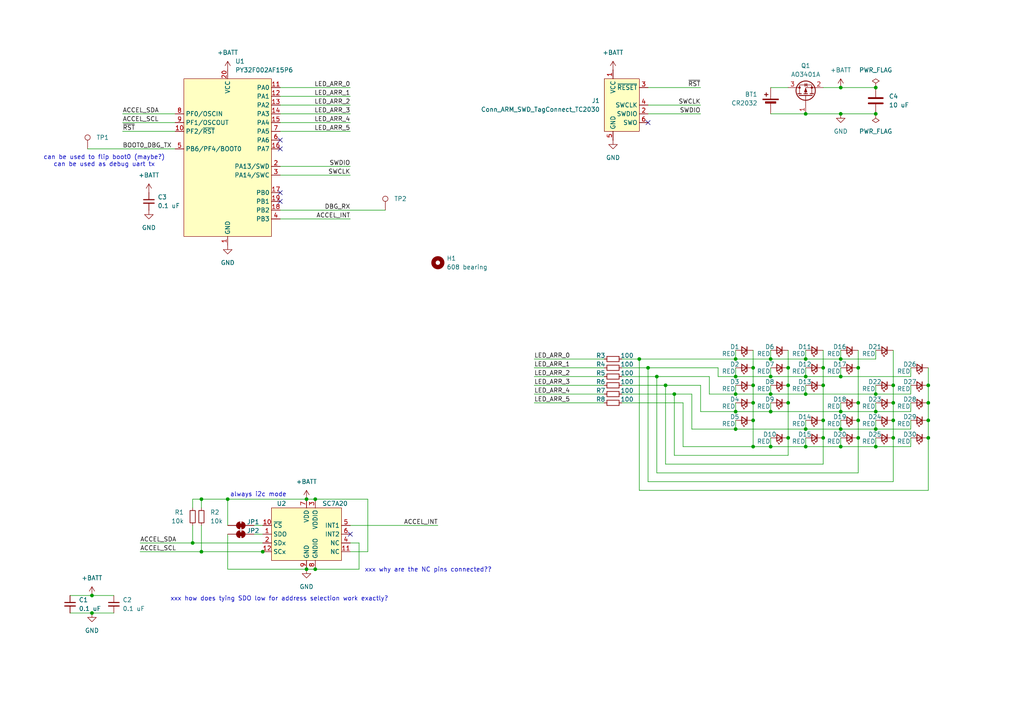
<source format=kicad_sch>
(kicad_sch (version 20231120) (generator "eeschema") (generator_version "8.0")
  (paper "A4")
  (title_block (title "PY32 POV spinner demo") (date "2024-08-18") (rev "A") (company "ArcaneNibble"))
  (lib_symbols
    (symbol "Connector:Conn_ARM_SWD_TagConnect_TC2030" (in_bom no)
      (property "Reference" "J" (at 2.54 11.43 0))
      (property "Value" "Conn_ARM_SWD_TagConnect_TC2030" (at 5.08 8.89 0))
      (symbol "Conn_ARM_SWD_TagConnect_TC2030_0_0"
        (pin power_in line (at -2.54 10.16 270) (length 2.54) (name "VCC") (number "1"))
        (pin bidirectional line (at 7.62 -2.54 180) (length 2.54) (name "SWDIO") (number "2"))
        (pin open_collector line (at 7.62 5.08 180) (length 2.54) (name "~{RESET}") (number "3"))
        (pin output line (at 7.62 0 180) (length 2.54) (name "SWCLK") (number "4"))
        (pin power_in line (at -2.54 -10.16 90) (length 2.54) (name "GND") (number "5"))
        (pin input line (at 7.62 -5.08 180) (length 2.54) (name "SWO") (number "6"))
      )
      (symbol "Conn_ARM_SWD_TagConnect_TC2030_0_1"
        (rectangle (start -5.08 7.62) (end 5.08 -7.62) (fill (type background)))
      )
    )
    (symbol "Connector:TestPoint" (pin_numbers hide) (pin_names (offset 0.762) hide)
      (property "Reference" "TP" (at 0 6.858 0))
      (property "Value" "TestPoint" (at 0 5.08 0))
      (symbol "TestPoint_0_1"
        (circle (center 0 3.302) (radius 0.762))
      )
      (symbol "TestPoint_1_1"
        (pin passive line (at 0 0 90) (length 2.54) (name "1") (number "1"))
      )
    )
    (symbol "Device:Battery_Cell" (pin_numbers hide) (pin_names (offset 0) hide)
      (property "Reference" "BT" (at 2.54 2.54 0))
      (property "Value" "Battery_Cell" (at 2.54 0 0))
      (symbol "Battery_Cell_0_1"
        (rectangle (start -2.286 1.778) (end 2.286 1.524) (fill (type outline)))
        (rectangle (start -1.524 1.016) (end 1.524 0.508) (fill (type outline)))
        (polyline (pts (xy 0 0.762) (xy 0 0)))
        (polyline (pts (xy 0 1.778) (xy 0 2.54)))
        (polyline (pts (xy 0.762 3.048) (xy 1.778 3.048)) (stroke (width 0.254)))
        (polyline (pts (xy 1.27 3.556) (xy 1.27 2.54)) (stroke (width 0.254)))
      )
      (symbol "Battery_Cell_1_1"
        (pin passive line (at 0 5.08 270) (length 2.54) (name "+") (number "1"))
        (pin passive line (at 0 -2.54 90) (length 2.54) (name "-") (number "2"))
      )
    )
    (symbol "Device:C" (pin_numbers hide) (pin_names (offset 0.254))
      (property "Reference" "C" (at 0.635 2.54 0))
      (property "Value" "C" (at 0.635 -2.54 0))
      (symbol "C_0_1"
        (polyline (pts (xy -2.032 -0.762) (xy 2.032 -0.762)) (stroke (width 0.508)))
        (polyline (pts (xy -2.032 0.762) (xy 2.032 0.762)) (stroke (width 0.508)))
      )
      (symbol "C_1_1"
        (pin passive line (at 0 3.81 270) (length 2.794) (name "~") (number "1"))
        (pin passive line (at 0 -3.81 90) (length 2.794) (name "~") (number "2"))
      )
    )
    (symbol "Device:C_Small" (pin_numbers hide) (pin_names (offset 0.254) hide)
      (property "Reference" "C" (at 0.254 1.778 0))
      (property "Value" "C_Small" (at 0.254 -2.032 0))
      (symbol "C_Small_0_1"
        (polyline (pts (xy -1.524 -0.508) (xy 1.524 -0.508)) (stroke (width 0.3302)))
        (polyline (pts (xy -1.524 0.508) (xy 1.524 0.508)) (stroke (width 0.3048)))
      )
      (symbol "C_Small_1_1"
        (pin passive line (at 0 2.54 270) (length 2.032) (name "~") (number "1"))
        (pin passive line (at 0 -2.54 90) (length 2.032) (name "~") (number "2"))
      )
    )
    (symbol "Device:LED_Small" (pin_numbers hide) (pin_names (offset 0.254) hide)
      (property "Reference" "D" (at -1.27 3.175 0))
      (property "Value" "LED_Small" (at -4.445 -2.54 0))
      (symbol "LED_Small_0_1"
        (polyline (pts (xy -0.762 -1.016) (xy -0.762 1.016)) (stroke (width 0.254)))
        (polyline (pts (xy 1.016 0) (xy -0.762 0)))
        (polyline (pts (xy 0.762 -1.016) (xy -0.762 0) (xy 0.762 1.016) (xy 0.762 -1.016)) (stroke (width 0.254)))
        (polyline (pts (xy 0 0.762) (xy -0.508 1.27) (xy -0.254 1.27) (xy -0.508 1.27) (xy -0.508 1.016)))
        (polyline (pts (xy 0.508 1.27) (xy 0 1.778) (xy 0.254 1.778) (xy 0 1.778) (xy 0 1.524)))
      )
      (symbol "LED_Small_1_1"
        (pin passive line (at -2.54 0 0) (length 1.778) (name "K") (number "1"))
        (pin passive line (at 2.54 0 180) (length 1.778) (name "A") (number "2"))
      )
    )
    (symbol "Device:R_Small" (pin_numbers hide) (pin_names (offset 0.254) hide)
      (property "Reference" "R" (at 0.762 0.508 0))
      (property "Value" "R_Small" (at 0.762 -1.016 0))
      (symbol "R_Small_0_1"
        (rectangle (start -0.762 1.778) (end 0.762 -1.778) (stroke (width 0.2032)))
      )
      (symbol "R_Small_1_1"
        (pin passive line (at 0 2.54 270) (length 0.762) (name "~") (number "1"))
        (pin passive line (at 0 -2.54 90) (length 0.762) (name "~") (number "2"))
      )
    )
    (symbol "Jumper:SolderJumper_2_Bridged" (pin_numbers hide) (pin_names (offset 0) hide) (exclude_from_sim yes) (in_bom no)
      (property "Reference" "JP" (at 0 2.032 0))
      (property "Value" "SolderJumper_2_Bridged" (at 0 -2.54 0))
      (symbol "SolderJumper_2_Bridged_0_1"
        (rectangle (start -0.508 0.508) (end 0.508 -0.508) (fill (type outline)))
        (arc (start -0.254 1.016) (mid -1.2656 0) (end -0.254 -1.016))
        (arc (start -0.254 1.016) (mid -1.2656 0) (end -0.254 -1.016) (fill (type outline)))
        (polyline (pts (xy -0.254 1.016) (xy -0.254 -1.016)))
        (polyline (pts (xy 0.254 1.016) (xy 0.254 -1.016)))
        (arc (start 0.254 -1.016) (mid 1.2656 0) (end 0.254 1.016))
        (arc (start 0.254 -1.016) (mid 1.2656 0) (end 0.254 1.016) (fill (type outline)))
      )
      (symbol "SolderJumper_2_Bridged_1_1"
        (pin passive line (at -3.81 0 0) (length 2.54) (name "A") (number "1"))
        (pin passive line (at 3.81 0 180) (length 2.54) (name "B") (number "2"))
      )
    )
    (symbol "Mechanical:MountingHole" (pin_names (offset 1.016)) (exclude_from_sim yes) (in_bom no)
      (property "Reference" "H" (at 0 5.08 0))
      (property "Value" "MountingHole" (at 0 3.175 0))
      (symbol "MountingHole_0_1"
        (circle (center 0 0) (radius 1.27) (stroke (width 1.27)))
      )
    )
    (symbol "Transistor_FET:AO3401A" (pin_names hide)
      (property "Reference" "Q" (at 5.08 1.905 0))
      (property "Value" "AO3401A" (at 5.08 0 0))
      (symbol "AO3401A_0_1"
        (polyline (pts (xy 0.254 0) (xy -2.54 0)))
        (polyline (pts (xy 0.254 1.905) (xy 0.254 -1.905)) (stroke (width 0.254)))
        (polyline (pts (xy 0.762 -1.27) (xy 0.762 -2.286)) (stroke (width 0.254)))
        (polyline (pts (xy 0.762 0.508) (xy 0.762 -0.508)) (stroke (width 0.254)))
        (polyline (pts (xy 0.762 2.286) (xy 0.762 1.27)) (stroke (width 0.254)))
        (polyline (pts (xy 2.54 2.54) (xy 2.54 1.778)))
        (polyline (pts (xy 2.54 -2.54) (xy 2.54 0) (xy 0.762 0)))
        (polyline (pts (xy 0.762 1.778) (xy 3.302 1.778) (xy 3.302 -1.778) (xy 0.762 -1.778)))
        (polyline (pts (xy 2.286 0) (xy 1.27 0.381) (xy 1.27 -0.381) (xy 2.286 0)) (fill (type outline)))
        (polyline (pts (xy 2.794 -0.508) (xy 2.921 -0.381) (xy 3.683 -0.381) (xy 3.81 -0.254)))
        (polyline (pts (xy 3.302 -0.381) (xy 2.921 0.254) (xy 3.683 0.254) (xy 3.302 -0.381)))
        (circle (center 1.651 0) (radius 2.794) (stroke (width 0.254)))
        (circle (center 2.54 -1.778) (radius 0.254) (fill (type outline)))
        (circle (center 2.54 1.778) (radius 0.254) (fill (type outline)))
      )
      (symbol "AO3401A_1_1"
        (pin input line (at -5.08 0 0) (length 2.54) (name "G") (number "1"))
        (pin passive line (at 2.54 -5.08 90) (length 2.54) (name "S") (number "2"))
        (pin passive line (at 2.54 5.08 270) (length 2.54) (name "D") (number "3"))
      )
    )
    (symbol "parts:PY32F002AF15P"
      (property "Reference" "U" (at -11.43 24.638 0))
      (symbol "PY32F002AF15P_1_1"
        (rectangle (start -12.7 22.86) (end 12.7 -22.86) (fill (type background)))
        (pin power_in line (at 0 -25.4 90) (length 2.54) (name "GND") (number "1"))
        (pin bidirectional line (at -15.24 7.62 0) (length 2.54) (name "PF2/~{RST}") (number "10"))
        (pin bidirectional line (at 15.24 20.32 180) (length 2.54) (name "PA0") (number "11"))
        (pin bidirectional line (at 15.24 17.78 180) (length 2.54) (name "PA1") (number "12"))
        (pin bidirectional line (at 15.24 15.24 180) (length 2.54) (name "PA2") (number "13"))
        (pin bidirectional line (at 15.24 12.7 180) (length 2.54) (name "PA3") (number "14"))
        (pin bidirectional line (at 15.24 10.16 180) (length 2.54) (name "PA4") (number "15"))
        (pin bidirectional line (at 15.24 2.54 180) (length 2.54) (name "PA7") (number "16"))
        (pin bidirectional line (at 15.24 -10.16 180) (length 2.54) (name "PB0") (number "17"))
        (pin bidirectional line (at 15.24 -15.24 180) (length 2.54) (name "PB2") (number "18"))
        (pin bidirectional line (at 15.24 -12.7 180) (length 2.54) (name "PB1") (number "19"))
        (pin bidirectional line (at 15.24 -2.54 180) (length 2.54) (name "PA13/SWD") (number "2"))
        (pin power_in line (at 0 25.4 270) (length 2.54) (name "VCC") (number "20"))
        (pin bidirectional line (at 15.24 -5.08 180) (length 2.54) (name "PA14/SWC") (number "3"))
        (pin bidirectional line (at 15.24 -17.78 180) (length 2.54) (name "PB3") (number "4"))
        (pin bidirectional line (at -15.24 2.54 0) (length 2.54) (name "PB6/PF4/BOOT0") (number "5"))
        (pin bidirectional line (at 15.24 5.08 180) (length 2.54) (name "PA6") (number "6"))
        (pin bidirectional line (at 15.24 7.62 180) (length 2.54) (name "PA5") (number "7"))
        (pin bidirectional line (at -15.24 12.7 0) (length 2.54) (name "PF0/OSCIN") (number "8"))
        (pin bidirectional line (at -15.24 10.16 0) (length 2.54) (name "PF1/OSCOUT") (number "9"))
      )
    )
    (symbol "parts:SC7A20"
      (property "Reference" "U" (at -9.398 8.636 0))
      (symbol "SC7A20_1_1"
        (rectangle (start -10.16 7.62) (end 10.16 -7.62) (fill (type background)))
        (pin bidirectional line (at -12.7 0 0) (length 2.54) (name "SDO") (number "1"))
        (pin input line (at -12.7 2.54 0) (length 2.54) (name "~{CS}") (number "10"))
        (pin passive line (at 12.7 -5.08 180) (length 2.54) (name "NC") (number "11"))
        (pin input line (at -12.7 -5.08 0) (length 2.54) (name "SCx") (number "12"))
        (pin bidirectional line (at -12.7 -2.54 0) (length 2.54) (name "SDx") (number "2"))
        (pin power_in line (at 2.54 10.16 270) (length 2.54) (name "VDDIO") (number "3"))
        (pin passive line (at 12.7 -2.54 180) (length 2.54) (name "NC") (number "4"))
        (pin output line (at 12.7 2.54 180) (length 2.54) (name "INT1") (number "5"))
        (pin output line (at 12.7 0 180) (length 2.54) (name "INT2") (number "6"))
        (pin power_in line (at 0 10.16 270) (length 2.54) (name "VDD") (number "7"))
        (pin power_in line (at 2.54 -10.16 90) (length 2.54) (name "GNDIO") (number "8"))
        (pin power_in line (at 0 -10.16 90) (length 2.54) (name "GND") (number "9"))
      )
    )
    (symbol "power:+BATT" (power) (pin_numbers hide) (pin_names (offset 0) hide)
      (property "Value" "+BATT" (at 0 3.556 0))
      (symbol "+BATT_0_1"
        (polyline (pts (xy -0.762 1.27) (xy 0 2.54)))
        (polyline (pts (xy 0 0) (xy 0 2.54)))
        (polyline (pts (xy 0 2.54) (xy 0.762 1.27)))
      )
      (symbol "+BATT_1_1"
        (pin power_in line (at 0 0 90) (length 0) (name "~") (number "1"))
      )
    )
    (symbol "power:GND" (power) (pin_numbers hide) (pin_names (offset 0) hide)
      (property "Value" "GND" (at 0 -3.81 0))
      (symbol "GND_0_1"
        (polyline (pts (xy 0 0) (xy 0 -1.27) (xy 1.27 -1.27) (xy 0 -2.54) (xy -1.27 -1.27) (xy 0 -1.27)))
      )
      (symbol "GND_1_1"
        (pin power_in line (at 0 0 270) (length 0) (name "~") (number "1"))
      )
    )
    (symbol "power:PWR_FLAG" (power) (pin_numbers hide) (pin_names (offset 0) hide)
      (property "Value" "PWR_FLAG" (at 0 3.81 0))
      (symbol "PWR_FLAG_0_0"
        (pin power_out line (at 0 0 90) (length 0) (name "~") (number "1"))
      )
      (symbol "PWR_FLAG_0_1"
        (polyline (pts (xy 0 0) (xy 0 1.27) (xy -1.016 1.905) (xy 0 2.54) (xy 1.016 1.905) (xy 0 1.27)))
      )
    )
  )
  (junction (at 228.6 116.84))
  (junction (at 254 33.02))
  (junction (at 228.6 111.76))
  (junction (at 58.42 160.02))
  (junction (at 259.08 121.92))
  (junction (at 223.52 104.14))
  (junction (at 233.68 129.54))
  (junction (at 243.84 109.22))
  (junction (at 218.44 129.54))
  (junction (at 243.84 124.46))
  (junction (at 223.52 114.3))
  (junction (at 254 25.4))
  (junction (at 26.67 177.8))
  (junction (at 259.08 111.76))
  (junction (at 259.08 116.84))
  (junction (at 233.68 114.3))
  (junction (at 218.44 121.92))
  (junction (at 254 129.54))
  (junction (at 238.76 111.76))
  (junction (at 26.67 172.72))
  (junction (at 223.52 109.22))
  (junction (at 193.04 111.76))
  (junction (at 269.24 116.84))
  (junction (at 58.42 144.78))
  (junction (at 88.9 165.1))
  (junction (at 218.44 116.84))
  (junction (at 243.84 33.02))
  (junction (at 233.68 109.22))
  (junction (at 228.6 127))
  (junction (at 248.92 106.68))
  (junction (at 88.9 144.78))
  (junction (at 269.24 121.92))
  (junction (at 269.24 111.76))
  (junction (at 269.24 127))
  (junction (at 238.76 106.68))
  (junction (at 223.52 119.38))
  (junction (at 218.44 106.68))
  (junction (at 233.68 104.14))
  (junction (at 213.36 109.22))
  (junction (at 243.84 25.4))
  (junction (at 218.44 111.76))
  (junction (at 233.68 124.46))
  (junction (at 213.36 119.38))
  (junction (at 254 114.3))
  (junction (at 185.42 104.14))
  (junction (at 223.52 129.54))
  (junction (at 238.76 121.92))
  (junction (at 233.68 33.02))
  (junction (at 254 119.38))
  (junction (at 254 124.46))
  (junction (at 243.84 119.38))
  (junction (at 55.88 157.48))
  (junction (at 213.36 124.46))
  (junction (at 248.92 127))
  (junction (at 190.5 109.22))
  (junction (at 228.6 106.68))
  (junction (at 243.84 104.14))
  (junction (at 187.96 106.68))
  (junction (at 259.08 127))
  (junction (at 195.58 114.3))
  (junction (at 66.04 144.78))
  (junction (at 213.36 104.14))
  (junction (at 243.84 129.54))
  (junction (at 76.2 160.02))
  (junction (at 213.36 114.3))
  (junction (at 248.92 116.84))
  (junction (at 91.44 165.1))
  (junction (at 238.76 127))
  (junction (at 91.44 144.78))
  (junction (at 248.92 121.92))
  (no_connect (at 81.28 58.42))
  (no_connect (at 81.28 55.88))
  (no_connect (at 81.28 40.64))
  (no_connect (at 101.6 154.94))
  (no_connect (at 81.28 43.18))
  (no_connect (at 187.96 35.56))
  (wire (pts (xy 264.16 111.76) (xy 264.16 114.3)))
  (wire (pts (xy 259.08 116.84) (xy 259.08 121.92)))
  (wire (pts (xy 259.08 101.6) (xy 259.08 111.76)))
  (wire (pts (xy 243.84 127) (xy 243.84 129.54)))
  (wire (pts (xy 238.76 134.62) (xy 193.04 134.62)))
  (wire (pts (xy 81.28 48.26) (xy 101.6 48.26)))
  (wire (pts (xy 223.52 127) (xy 223.52 129.54)))
  (wire (pts (xy 73.66 152.4) (xy 76.2 152.4)))
  (wire (pts (xy 264.16 121.92) (xy 264.16 124.46)))
  (wire (pts (xy 81.28 35.56) (xy 101.6 35.56)))
  (wire (pts (xy 55.88 144.78) (xy 55.88 147.32)))
  (wire (pts (xy 213.36 119.38) (xy 223.52 119.38)))
  (wire (pts (xy 198.12 116.84) (xy 180.34 116.84)))
  (wire (pts (xy 218.44 101.6) (xy 218.44 106.68)))
  (wire (pts (xy 190.5 137.16) (xy 190.5 109.22)))
  (wire (pts (xy 40.64 160.02) (xy 58.42 160.02)))
  (wire (pts (xy 223.52 129.54) (xy 233.68 129.54)))
  (wire (pts (xy 104.14 157.48) (xy 104.14 165.1)))
  (wire (pts (xy 104.14 165.1) (xy 91.44 165.1)))
  (wire (pts (xy 243.84 25.4) (xy 254 25.4)))
  (wire (pts (xy 248.92 137.16) (xy 190.5 137.16)))
  (wire (pts (xy 185.42 142.24) (xy 185.42 104.14)))
  (wire (pts (xy 88.9 144.78) (xy 91.44 144.78)))
  (wire (pts (xy 259.08 139.7) (xy 187.96 139.7)))
  (wire (pts (xy 81.28 38.1) (xy 101.6 38.1)))
  (wire (pts (xy 58.42 152.4) (xy 58.42 160.02)))
  (wire (pts (xy 238.76 101.6) (xy 238.76 106.68)))
  (wire (pts (xy 106.68 144.78) (xy 91.44 144.78)))
  (wire (pts (xy 243.84 104.14) (xy 254 104.14)))
  (wire (pts (xy 233.68 33.02) (xy 243.84 33.02)))
  (wire (pts (xy 254 111.76) (xy 254 114.3)))
  (wire (pts (xy 223.52 106.68) (xy 223.52 109.22)))
  (wire (pts (xy 233.68 111.76) (xy 233.68 114.3)))
  (wire (pts (xy 81.28 50.8) (xy 101.6 50.8)))
  (wire (pts (xy 81.28 60.96) (xy 111.76 60.96)))
  (wire (pts (xy 203.2 119.38) (xy 203.2 111.76)))
  (wire (pts (xy 254 119.38) (xy 264.16 119.38)))
  (wire (pts (xy 198.12 116.84) (xy 198.12 129.54)))
  (wire (pts (xy 238.76 106.68) (xy 238.76 111.76)))
  (wire (pts (xy 35.56 35.56) (xy 50.8 35.56)))
  (wire (pts (xy 254 129.54) (xy 264.16 129.54)))
  (wire (pts (xy 223.52 111.76) (xy 223.52 114.3)))
  (wire (pts (xy 55.88 157.48) (xy 76.2 157.48)))
  (wire (pts (xy 233.68 124.46) (xy 243.84 124.46)))
  (wire (pts (xy 218.44 111.76) (xy 218.44 116.84)))
  (wire (pts (xy 243.84 101.6) (xy 243.84 104.14)))
  (wire (pts (xy 254 116.84) (xy 254 119.38)))
  (wire (pts (xy 180.34 104.14) (xy 185.42 104.14)))
  (wire (pts (xy 248.92 101.6) (xy 248.92 106.68)))
  (wire (pts (xy 213.36 124.46) (xy 233.68 124.46)))
  (wire (pts (xy 243.84 119.38) (xy 254 119.38)))
  (wire (pts (xy 213.36 106.68) (xy 213.36 109.22)))
  (wire (pts (xy 213.36 114.3) (xy 205.74 114.3)))
  (wire (pts (xy 81.28 33.02) (xy 101.6 33.02)))
  (wire (pts (xy 243.84 116.84) (xy 243.84 119.38)))
  (wire (pts (xy 259.08 121.92) (xy 259.08 127)))
  (wire (pts (xy 228.6 111.76) (xy 228.6 116.84)))
  (wire (pts (xy 223.52 25.4) (xy 228.6 25.4)))
  (wire (pts (xy 228.6 127) (xy 228.6 132.08)))
  (wire (pts (xy 233.68 121.92) (xy 233.68 124.46)))
  (wire (pts (xy 81.28 63.5) (xy 101.6 63.5)))
  (wire (pts (xy 259.08 127) (xy 259.08 139.7)))
  (wire (pts (xy 213.36 124.46) (xy 200.66 124.46)))
  (wire (pts (xy 269.24 142.24) (xy 185.42 142.24)))
  (wire (pts (xy 198.12 129.54) (xy 218.44 129.54)))
  (wire (pts (xy 243.84 25.4) (xy 238.76 25.4)))
  (wire (pts (xy 254 121.92) (xy 254 124.46)))
  (wire (pts (xy 218.44 121.92) (xy 218.44 129.54)))
  (wire (pts (xy 213.36 124.46) (xy 213.36 121.92)))
  (wire (pts (xy 223.52 104.14) (xy 233.68 104.14)))
  (wire (pts (xy 187.96 25.4) (xy 203.2 25.4)))
  (wire (pts (xy 238.76 121.92) (xy 238.76 127)))
  (wire (pts (xy 20.32 177.8) (xy 26.67 177.8)))
  (wire (pts (xy 175.26 111.76) (xy 154.94 111.76)))
  (wire (pts (xy 205.74 114.3) (xy 205.74 109.22)))
  (wire (pts (xy 243.84 129.54) (xy 254 129.54)))
  (wire (pts (xy 208.28 106.68) (xy 187.96 106.68)))
  (wire (pts (xy 213.36 109.22) (xy 208.28 109.22)))
  (wire (pts (xy 248.92 106.68) (xy 248.92 116.84)))
  (wire (pts (xy 243.84 33.02) (xy 254 33.02)))
  (wire (pts (xy 218.44 116.84) (xy 218.44 121.92)))
  (wire (pts (xy 81.28 27.94) (xy 101.6 27.94)))
  (wire (pts (xy 248.92 116.84) (xy 248.92 121.92)))
  (wire (pts (xy 238.76 127) (xy 238.76 134.62)))
  (wire (pts (xy 55.88 152.4) (xy 55.88 157.48)))
  (wire (pts (xy 106.68 160.02) (xy 106.68 144.78)))
  (wire (pts (xy 26.67 172.72) (xy 33.02 172.72)))
  (wire (pts (xy 233.68 109.22) (xy 243.84 109.22)))
  (wire (pts (xy 185.42 104.14) (xy 213.36 104.14)))
  (wire (pts (xy 190.5 109.22) (xy 180.34 109.22)))
  (wire (pts (xy 180.34 106.68) (xy 187.96 106.68)))
  (wire (pts (xy 264.16 127) (xy 264.16 129.54)))
  (wire (pts (xy 223.52 109.22) (xy 233.68 109.22)))
  (wire (pts (xy 200.66 124.46) (xy 200.66 114.3)))
  (wire (pts (xy 269.24 111.76) (xy 269.24 116.84)))
  (wire (pts (xy 223.52 129.54) (xy 218.44 129.54)))
  (wire (pts (xy 203.2 111.76) (xy 193.04 111.76)))
  (wire (pts (xy 223.52 116.84) (xy 223.52 119.38)))
  (wire (pts (xy 264.16 116.84) (xy 264.16 119.38)))
  (wire (pts (xy 233.68 106.68) (xy 233.68 109.22)))
  (wire (pts (xy 248.92 127) (xy 248.92 137.16)))
  (wire (pts (xy 175.26 116.84) (xy 154.94 116.84)))
  (wire (pts (xy 233.68 104.14) (xy 243.84 104.14)))
  (wire (pts (xy 259.08 111.76) (xy 259.08 116.84)))
  (wire (pts (xy 35.56 33.02) (xy 50.8 33.02)))
  (wire (pts (xy 238.76 111.76) (xy 238.76 121.92)))
  (wire (pts (xy 223.52 33.02) (xy 233.68 33.02)))
  (wire (pts (xy 269.24 116.84) (xy 269.24 121.92)))
  (wire (pts (xy 243.84 124.46) (xy 254 124.46)))
  (wire (pts (xy 195.58 132.08) (xy 195.58 114.3)))
  (wire (pts (xy 213.36 101.6) (xy 213.36 104.14)))
  (wire (pts (xy 269.24 121.92) (xy 269.24 127)))
  (wire (pts (xy 248.92 121.92) (xy 248.92 127)))
  (wire (pts (xy 223.52 114.3) (xy 233.68 114.3)))
  (wire (pts (xy 66.04 144.78) (xy 88.9 144.78)))
  (wire (pts (xy 73.66 154.94) (xy 76.2 154.94)))
  (wire (pts (xy 200.66 114.3) (xy 195.58 114.3)))
  (wire (pts (xy 213.36 111.76) (xy 213.36 114.3)))
  (wire (pts (xy 233.68 101.6) (xy 233.68 104.14)))
  (wire (pts (xy 208.28 109.22) (xy 208.28 106.68)))
  (wire (pts (xy 175.26 109.22) (xy 154.94 109.22)))
  (wire (pts (xy 58.42 144.78) (xy 55.88 144.78)))
  (wire (pts (xy 88.9 165.1) (xy 91.44 165.1)))
  (wire (pts (xy 223.52 101.6) (xy 223.52 104.14)))
  (wire (pts (xy 223.52 119.38) (xy 243.84 119.38)))
  (wire (pts (xy 66.04 165.1) (xy 88.9 165.1)))
  (wire (pts (xy 58.42 144.78) (xy 58.42 147.32)))
  (wire (pts (xy 213.36 109.22) (xy 223.52 109.22)))
  (wire (pts (xy 213.36 116.84) (xy 213.36 119.38)))
  (wire (pts (xy 205.74 109.22) (xy 190.5 109.22)))
  (wire (pts (xy 154.94 106.68) (xy 175.26 106.68)))
  (wire (pts (xy 228.6 132.08) (xy 195.58 132.08)))
  (wire (pts (xy 213.36 119.38) (xy 203.2 119.38)))
  (wire (pts (xy 213.36 104.14) (xy 223.52 104.14)))
  (wire (pts (xy 213.36 114.3) (xy 223.52 114.3)))
  (wire (pts (xy 40.64 157.48) (xy 55.88 157.48)))
  (wire (pts (xy 66.04 144.78) (xy 58.42 144.78)))
  (wire (pts (xy 101.6 152.4) (xy 127 152.4)))
  (wire (pts (xy 58.42 160.02) (xy 76.2 160.02)))
  (wire (pts (xy 233.68 129.54) (xy 243.84 129.54)))
  (wire (pts (xy 20.32 172.72) (xy 26.67 172.72)))
  (wire (pts (xy 269.24 106.68) (xy 269.24 111.76)))
  (wire (pts (xy 233.68 114.3) (xy 254 114.3)))
  (wire (pts (xy 228.6 116.84) (xy 228.6 127)))
  (wire (pts (xy 228.6 101.6) (xy 228.6 106.68)))
  (wire (pts (xy 187.96 139.7) (xy 187.96 106.68)))
  (wire (pts (xy 25.4 43.18) (xy 50.8 43.18)))
  (wire (pts (xy 254 124.46) (xy 264.16 124.46)))
  (wire (pts (xy 254 101.6) (xy 254 104.14)))
  (wire (pts (xy 193.04 111.76) (xy 180.34 111.76)))
  (wire (pts (xy 228.6 106.68) (xy 228.6 111.76)))
  (wire (pts (xy 187.96 30.48) (xy 203.2 30.48)))
  (wire (pts (xy 243.84 121.92) (xy 243.84 124.46)))
  (wire (pts (xy 243.84 109.22) (xy 264.16 109.22)))
  (wire (pts (xy 81.28 25.4) (xy 101.6 25.4)))
  (wire (pts (xy 254 127) (xy 254 129.54)))
  (wire (pts (xy 35.56 38.1) (xy 50.8 38.1)))
  (wire (pts (xy 66.04 152.4) (xy 66.04 144.78)))
  (wire (pts (xy 101.6 160.02) (xy 106.68 160.02)))
  (wire (pts (xy 233.68 127) (xy 233.68 129.54)))
  (wire (pts (xy 269.24 127) (xy 269.24 142.24)))
  (wire (pts (xy 26.67 177.8) (xy 33.02 177.8)))
  (wire (pts (xy 66.04 154.94) (xy 66.04 165.1)))
  (wire (pts (xy 81.28 30.48) (xy 101.6 30.48)))
  (wire (pts (xy 76.2 160.02) (xy 77.47 160.02)))
  (wire (pts (xy 264.16 106.68) (xy 264.16 109.22)))
  (wire (pts (xy 175.26 104.14) (xy 154.94 104.14)))
  (wire (pts (xy 195.58 114.3) (xy 180.34 114.3)))
  (wire (pts (xy 187.96 33.02) (xy 203.2 33.02)))
  (wire (pts (xy 218.44 106.68) (xy 218.44 111.76)))
  (wire (pts (xy 193.04 134.62) (xy 193.04 111.76)))
  (wire (pts (xy 254 114.3) (xy 264.16 114.3)))
  (wire (pts (xy 175.26 114.3) (xy 154.94 114.3)))
  (wire (pts (xy 243.84 106.68) (xy 243.84 109.22)))
  (wire (pts (xy 101.6 157.48) (xy 104.14 157.48)))
  (text "always i2c mode" (at 74.93 143.51 0) (effects (font (size 1.27 1.27))))
  (text "can be used to flip boot0 (maybe?)\ncan be used as debug uart tx" (at 30.226 46.736 0) (effects (font (size 1.27 1.27))))
  (text "xxx how does tying SDO low for address selection work exactly?" (at 81.026 173.736 0) (effects (font (size 1.27 1.27))))
  (text "xxx why are the NC pins connected??" (at 124.206 165.354 0) (effects (font (size 1.27 1.27))))
  (label "LED_ARR_4" (at 154.94 114.3 0))
  (label "LED_ARR_2" (at 101.6 30.48 180))
  (label "SWCLK" (at 101.6 50.8 180))
  (label "LED_ARR_5" (at 154.94 116.84 0))
  (label "~{RST}" (at 35.56 38.1 0))
  (label "LED_ARR_5" (at 101.6 38.1 180))
  (label "~{RST}" (at 203.2 25.4 180))
  (label "ACCEL_SCL" (at 35.56 35.56 0))
  (label "ACCEL_SDA" (at 40.64 157.48 0))
  (label "SWDIO" (at 203.2 33.02 180))
  (label "BOOT0_DBG_TX" (at 35.56 43.18 0))
  (label "LED_ARR_1" (at 154.94 106.68 0))
  (label "LED_ARR_2" (at 154.94 109.22 0))
  (label "LED_ARR_0" (at 154.94 104.14 0))
  (label "SWDIO" (at 101.6 48.26 180))
  (label "ACCEL_INT" (at 127 152.4 180))
  (label "DBG_RX" (at 101.6 60.96 180))
  (label "LED_ARR_4" (at 101.6 35.56 180))
  (label "SWCLK" (at 203.2 30.48 180))
  (label "LED_ARR_3" (at 154.94 111.76 0))
  (label "ACCEL_SCL" (at 40.64 160.02 0))
  (label "LED_ARR_3" (at 101.6 33.02 180))
  (label "ACCEL_SDA" (at 35.56 33.02 0))
  (label "ACCEL_INT" (at 101.6 63.5 180))
  (label "LED_ARR_1" (at 101.6 27.94 180))
  (label "LED_ARR_0" (at 101.6 25.4 180))
  (symbol (lib_id "Device:Battery_Cell") (at 223.52 30.48 0) (mirror y) (unit 1)
    (property "Reference" "BT1" (at 219.71 27.3684 0) (effects (justify left)))
    (property "Value" "CR2032" (at 219.71 29.9084 0) (effects (justify left)))
    (property "Footprint" "parts:Battery_MYOUNG_BS-07-A1BJ001_CR2032" (effects (hide yes)))
    (property "Description" "Single-cell battery" (effects (hide yes)))
    (property "LCSC" "C2979167" (effects (hide yes)))
  )
  (symbol (lib_id "Device:LED_Small") (at 215.9 101.6 180) (unit 1)
    (property "Reference" "D1" (at 213.106 100.584 0))
    (property "Value" "RED" (at 211.328 102.616 0))
    (property "Footprint" "LED_SMD:LED_0603_1608Metric" (effects (hide yes)))
    (property "Description" "Light emitting diode, small symbol" (effects (hide yes)))
    (property "LCSC" "C2286" (effects (hide yes)))
  )
  (symbol (lib_id "Device:R_Small") (at 177.8 104.14 90) (unit 1)
    (property "Reference" "R3" (at 174.244 103.124 90))
    (property "Value" "100" (at 181.864 103.124 90))
    (property "Footprint" "Resistor_SMD:R_0402_1005Metric" (effects (hide yes)))
    (property "Description" "Resistor, small symbol" (effects (hide yes)))
    (property "LCSC" "C25076" (effects (hide yes)))
  )
  (symbol (lib_id "Device:R_Small") (at 177.8 114.3 90) (unit 1)
    (property "Reference" "R7" (at 174.244 113.284 90))
    (property "Value" "100" (at 181.864 113.284 90))
    (property "Footprint" "Resistor_SMD:R_0402_1005Metric" (effects (hide yes)))
    (property "Description" "Resistor, small symbol" (effects (hide yes)))
    (property "LCSC" "C25076" (effects (hide yes)))
  )
  (symbol (lib_id "Device:LED_Small") (at 215.9 106.68 180) (unit 1)
    (property "Reference" "D2" (at 213.106 105.664 0))
    (property "Value" "RED" (at 211.328 107.696 0))
    (property "Footprint" "LED_SMD:LED_0603_1608Metric" (effects (hide yes)))
    (property "Description" "Light emitting diode, small symbol" (effects (hide yes)))
    (property "LCSC" "C2286" (effects (hide yes)))
  )
  (symbol (lib_id "power:+BATT") (at 26.67 172.72 0) (unit 1)
    (property "Reference" "#PWR02" (effects (hide yes)))
    (property "Value" "+BATT" (at 26.67 167.64 0))
    (property "Description" "Power symbol creates a global label with name \"+BATT\"" (effects (hide yes)))
  )
  (symbol (lib_id "Device:LED_Small") (at 256.54 101.6 180) (unit 1)
    (property "Reference" "D21" (at 253.746 100.584 0))
    (property "Value" "RED" (at 251.968 102.616 0))
    (property "Footprint" "LED_SMD:LED_0603_1608Metric" (effects (hide yes)))
    (property "Description" "Light emitting diode, small symbol" (effects (hide yes)))
    (property "LCSC" "C2286" (effects (hide yes)))
  )
  (symbol (lib_id "Device:LED_Small") (at 246.38 121.92 180) (unit 1)
    (property "Reference" "D19" (at 243.586 120.904 0))
    (property "Value" "RED" (at 241.808 122.936 0))
    (property "Footprint" "LED_SMD:LED_0603_1608Metric" (effects (hide yes)))
    (property "Description" "Light emitting diode, small symbol" (effects (hide yes)))
    (property "LCSC" "C2286" (effects (hide yes)))
  )
  (symbol (lib_id "Transistor_FET:AO3401A") (at 233.68 27.94 90) (unit 1)
    (property "Reference" "Q1" (at 233.68 19.05 90))
    (property "Value" "AO3401A" (at 233.68 21.59 90))
    (property "Footprint" "Package_TO_SOT_SMD:SOT-23" (effects (hide yes)))
    (property "Datasheet" "http://www.aosmd.com/pdfs/datasheet/AO3401A.pdf" (effects (hide yes)))
    (property "Description" "-4.0A Id, -30V Vds, P-Channel MOSFET, SOT-23" (effects (hide yes)))
    (property "LCSC" "C15127" (effects (hide yes)))
  )
  (symbol (lib_id "Device:C_Small") (at 43.18 58.42 0) (unit 1)
    (property "Reference" "C3" (at 45.72 57.1562 0) (effects (justify left)))
    (property "Value" "0.1 uF" (at 45.72 59.6962 0) (effects (justify left)))
    (property "Footprint" "Capacitor_SMD:C_0402_1005Metric" (effects (hide yes)))
    (property "Description" "Unpolarized capacitor, small symbol" (effects (hide yes)))
    (property "LCSC" "C1525" (effects (hide yes)))
  )
  (symbol (lib_id "power:GND") (at 66.04 71.12 0) (unit 1)
    (property "Reference" "#PWR08" (effects (hide yes)))
    (property "Value" "GND" (at 66.04 76.2 0))
    (property "Description" "Power symbol creates a global label with name \"GND\" , ground" (effects (hide yes)))
  )
  (symbol (lib_id "Device:LED_Small") (at 256.54 111.76 180) (unit 1)
    (property "Reference" "D22" (at 253.746 110.744 0))
    (property "Value" "RED" (at 251.968 112.776 0))
    (property "Footprint" "LED_SMD:LED_0603_1608Metric" (effects (hide yes)))
    (property "Description" "Light emitting diode, small symbol" (effects (hide yes)))
    (property "LCSC" "C2286" (effects (hide yes)))
  )
  (symbol (lib_id "power:+BATT") (at 43.18 55.88 0) (unit 1)
    (property "Reference" "#PWR06" (effects (hide yes)))
    (property "Value" "+BATT" (at 43.18 50.8 0))
    (property "Description" "Power symbol creates a global label with name \"+BATT\"" (effects (hide yes)))
  )
  (symbol (lib_id "Device:LED_Small") (at 266.7 106.68 180) (unit 1)
    (property "Reference" "D26" (at 263.906 105.664 0))
    (property "Value" "RED" (at 262.128 107.696 0))
    (property "Footprint" "LED_SMD:LED_0603_1608Metric" (effects (hide yes)))
    (property "Description" "Light emitting diode, small symbol" (effects (hide yes)))
    (property "LCSC" "C2286" (effects (hide yes)))
  )
  (symbol (lib_id "Device:LED_Small") (at 256.54 127 180) (unit 1)
    (property "Reference" "D25" (at 253.746 125.984 0))
    (property "Value" "RED" (at 251.968 128.016 0))
    (property "Footprint" "LED_SMD:LED_0603_1608Metric" (effects (hide yes)))
    (property "Description" "Light emitting diode, small symbol" (effects (hide yes)))
    (property "LCSC" "C2286" (effects (hide yes)))
  )
  (symbol (lib_id "Device:C_Small") (at 33.02 175.26 0) (unit 1)
    (property "Reference" "C2" (at 35.56 173.9962 0) (effects (justify left)))
    (property "Value" "0.1 uF" (at 35.56 176.5362 0) (effects (justify left)))
    (property "Footprint" "Capacitor_SMD:C_0402_1005Metric" (effects (hide yes)))
    (property "Description" "Unpolarized capacitor, small symbol" (effects (hide yes)))
    (property "LCSC" "C1525" (effects (hide yes)))
  )
  (symbol (lib_id "Device:LED_Small") (at 266.7 111.76 180) (unit 1)
    (property "Reference" "D27" (at 263.906 110.744 0))
    (property "Value" "RED" (at 262.128 112.776 0))
    (property "Footprint" "LED_SMD:LED_0603_1608Metric" (effects (hide yes)))
    (property "Description" "Light emitting diode, small symbol" (effects (hide yes)))
    (property "LCSC" "C2286" (effects (hide yes)))
  )
  (symbol (lib_id "Jumper:SolderJumper_2_Bridged") (at 69.85 152.4 0) (unit 1) (exclude_from_sim yes) (in_bom no)
    (property "Reference" "JP1" (at 73.406 151.384 0))
    (property "Value" "SolderJumper_2_Bridged" (effects (hide yes)))
    (property "Footprint" "Jumper:SolderJumper-2_P1.3mm_Bridged_RoundedPad1.0x1.5mm" (effects (hide yes)))
    (property "Description" "Solder Jumper, 2-pole, closed/bridged" (effects (hide yes)))
  )
  (symbol (lib_id "Device:R_Small") (at 55.88 149.86 0) (mirror x) (unit 1)
    (property "Reference" "R1" (at 53.34 148.5899 0) (effects (justify right)))
    (property "Value" "10k" (at 53.34 151.1299 0) (effects (justify right)))
    (property "Footprint" "Resistor_SMD:R_0402_1005Metric" (effects (hide yes)))
    (property "Description" "Resistor, small symbol" (effects (hide yes)))
    (property "LCSC" "C25744" (effects (hide yes)))
  )
  (symbol (lib_id "Device:LED_Small") (at 266.7 127 180) (unit 1)
    (property "Reference" "D30" (at 263.906 125.984 0))
    (property "Value" "RED" (at 262.128 128.016 0))
    (property "Footprint" "LED_SMD:LED_0603_1608Metric" (effects (hide yes)))
    (property "Description" "Light emitting diode, small symbol" (effects (hide yes)))
    (property "LCSC" "C2286" (effects (hide yes)))
  )
  (symbol (lib_id "Device:LED_Small") (at 246.38 101.6 180) (unit 1)
    (property "Reference" "D16" (at 243.586 100.584 0))
    (property "Value" "RED" (at 241.808 102.616 0))
    (property "Footprint" "LED_SMD:LED_0603_1608Metric" (effects (hide yes)))
    (property "Description" "Light emitting diode, small symbol" (effects (hide yes)))
    (property "LCSC" "C2286" (effects (hide yes)))
  )
  (symbol (lib_id "Device:LED_Small") (at 256.54 116.84 180) (unit 1)
    (property "Reference" "D23" (at 253.746 115.824 0))
    (property "Value" "RED" (at 251.968 117.856 0))
    (property "Footprint" "LED_SMD:LED_0603_1608Metric" (effects (hide yes)))
    (property "Description" "Light emitting diode, small symbol" (effects (hide yes)))
    (property "LCSC" "C2286" (effects (hide yes)))
  )
  (symbol (lib_id "Device:LED_Small") (at 246.38 116.84 180) (unit 1)
    (property "Reference" "D18" (at 243.586 115.824 0))
    (property "Value" "RED" (at 241.808 117.856 0))
    (property "Footprint" "LED_SMD:LED_0603_1608Metric" (effects (hide yes)))
    (property "Description" "Light emitting diode, small symbol" (effects (hide yes)))
    (property "LCSC" "C2286" (effects (hide yes)))
  )
  (symbol (lib_id "power:+BATT") (at 66.04 20.32 0) (unit 1)
    (property "Reference" "#PWR07" (effects (hide yes)))
    (property "Value" "+BATT" (at 66.04 15.24 0))
    (property "Description" "Power symbol creates a global label with name \"+BATT\"" (effects (hide yes)))
  )
  (symbol (lib_id "Device:R_Small") (at 177.8 111.76 90) (unit 1)
    (property "Reference" "R6" (at 174.244 110.744 90))
    (property "Value" "100" (at 181.864 110.744 90))
    (property "Footprint" "Resistor_SMD:R_0402_1005Metric" (effects (hide yes)))
    (property "Description" "Resistor, small symbol" (effects (hide yes)))
    (property "LCSC" "C25076" (effects (hide yes)))
  )
  (symbol (lib_id "Device:R_Small") (at 177.8 106.68 90) (unit 1)
    (property "Reference" "R4" (at 174.244 105.664 90))
    (property "Value" "100" (at 181.864 105.664 90))
    (property "Footprint" "Resistor_SMD:R_0402_1005Metric" (effects (hide yes)))
    (property "Description" "Resistor, small symbol" (effects (hide yes)))
    (property "LCSC" "C25076" (effects (hide yes)))
  )
  (symbol (lib_id "Mechanical:MountingHole") (at 127 76.2 0) (unit 1) (exclude_from_sim yes) (in_bom no)
    (property "Reference" "H1" (at 129.54 74.9299 0) (effects (justify left)))
    (property "Value" "608 bearing" (at 129.54 77.4699 0) (effects (justify left)))
    (property "Footprint" "parts:fixme_608_bearing" (effects (hide yes)))
    (property "Description" "Mounting Hole without connection" (effects (hide yes)))
  )
  (symbol (lib_id "Device:LED_Small") (at 215.9 116.84 180) (unit 1)
    (property "Reference" "D4" (at 213.106 115.824 0))
    (property "Value" "RED" (at 211.328 117.856 0))
    (property "Footprint" "LED_SMD:LED_0603_1608Metric" (effects (hide yes)))
    (property "Description" "Light emitting diode, small symbol" (effects (hide yes)))
    (property "LCSC" "C2286" (effects (hide yes)))
  )
  (symbol (lib_id "Device:LED_Small") (at 215.9 111.76 180) (unit 1)
    (property "Reference" "D3" (at 213.106 110.744 0))
    (property "Value" "RED" (at 211.328 112.776 0))
    (property "Footprint" "LED_SMD:LED_0603_1608Metric" (effects (hide yes)))
    (property "Description" "Light emitting diode, small symbol" (effects (hide yes)))
    (property "LCSC" "C2286" (effects (hide yes)))
  )
  (symbol (lib_id "power:GND") (at 43.18 60.96 0) (unit 1)
    (property "Reference" "#PWR05" (effects (hide yes)))
    (property "Value" "GND" (at 43.18 66.04 0))
    (property "Description" "Power symbol creates a global label with name \"GND\" , ground" (effects (hide yes)))
  )
  (symbol (lib_id "Device:LED_Small") (at 236.22 111.76 180) (unit 1)
    (property "Reference" "D13" (at 233.426 110.744 0))
    (property "Value" "RED" (at 231.648 112.776 0))
    (property "Footprint" "LED_SMD:LED_0603_1608Metric" (effects (hide yes)))
    (property "Description" "Light emitting diode, small symbol" (effects (hide yes)))
    (property "LCSC" "C2286" (effects (hide yes)))
  )
  (symbol (lib_id "power:PWR_FLAG") (at 254 33.02 180) (unit 1)
    (property "Reference" "#FLG02" (effects (hide yes)))
    (property "Value" "PWR_FLAG" (at 254 38.1 0))
    (property "Description" "Special symbol for telling ERC where power comes from" (effects (hide yes)))
  )
  (symbol (lib_id "Device:C") (at 254 29.21 0) (unit 1)
    (property "Reference" "C4" (at 257.81 27.9399 0) (effects (justify left)))
    (property "Value" "10 uF" (at 257.81 30.4799 0) (effects (justify left)))
    (property "Footprint" "Capacitor_SMD:C_1206_3216Metric" (effects (hide yes)))
    (property "Description" "Unpolarized capacitor" (effects (hide yes)))
    (property "LCSC" "C13585" (effects (hide yes)))
  )
  (symbol (lib_id "power:GND") (at 243.84 33.02 0) (unit 1)
    (property "Reference" "#PWR012" (effects (hide yes)))
    (property "Value" "GND" (at 243.84 38.1 0))
    (property "Description" "Power symbol creates a global label with name \"GND\" , ground" (effects (hide yes)))
  )
  (symbol (lib_id "Device:LED_Small") (at 266.7 116.84 180) (unit 1)
    (property "Reference" "D28" (at 263.906 115.824 0))
    (property "Value" "RED" (at 262.128 117.856 0))
    (property "Footprint" "LED_SMD:LED_0603_1608Metric" (effects (hide yes)))
    (property "Description" "Light emitting diode, small symbol" (effects (hide yes)))
    (property "LCSC" "C2286" (effects (hide yes)))
  )
  (symbol (lib_id "Connector:Conn_ARM_SWD_TagConnect_TC2030") (at 180.34 30.48 0) (unit 1) (in_bom no)
    (property "Reference" "J1" (at 173.99 29.2099 0) (effects (justify right)))
    (property "Value" "Conn_ARM_SWD_TagConnect_TC2030" (at 173.99 31.7499 0) (effects (justify right)))
    (property "Footprint" "Connector:Tag-Connect_TC2030-IDC-FP_2x03_P1.27mm_Vertical" (effects (hide yes)))
    (property "Datasheet" "https://www.tag-connect.com/wp-content/uploads/bsk-pdf-manager/TC2030-CTX_1.pdf" (effects (hide yes)))
    (property "Description" "Tag-Connect ARM Cortex SWD JTAG connector, 6 pin" (effects (hide yes)))
  )
  (symbol (lib_id "Device:LED_Small") (at 215.9 121.92 180) (unit 1)
    (property "Reference" "D5" (at 213.106 120.904 0))
    (property "Value" "RED" (at 211.328 122.936 0))
    (property "Footprint" "LED_SMD:LED_0603_1608Metric" (effects (hide yes)))
    (property "Description" "Light emitting diode, small symbol" (effects (hide yes)))
    (property "LCSC" "C2286" (effects (hide yes)))
  )
  (symbol (lib_id "power:+BATT") (at 177.8 20.32 0) (unit 1)
    (property "Reference" "#PWR010" (effects (hide yes)))
    (property "Value" "+BATT" (at 177.8 15.24 0))
    (property "Description" "Power symbol creates a global label with name \"+BATT\"" (effects (hide yes)))
  )
  (symbol (lib_id "Device:LED_Small") (at 226.06 101.6 180) (unit 1)
    (property "Reference" "D6" (at 223.266 100.584 0))
    (property "Value" "RED" (at 221.488 102.616 0))
    (property "Footprint" "LED_SMD:LED_0603_1608Metric" (effects (hide yes)))
    (property "Description" "Light emitting diode, small symbol" (effects (hide yes)))
    (property "LCSC" "C2286" (effects (hide yes)))
  )
  (symbol (lib_id "power:GND") (at 26.67 177.8 0) (unit 1)
    (property "Reference" "#PWR01" (effects (hide yes)))
    (property "Value" "GND" (at 26.67 182.88 0))
    (property "Description" "Power symbol creates a global label with name \"GND\" , ground" (effects (hide yes)))
  )
  (symbol (lib_id "Connector:TestPoint") (at 25.4 43.18 0) (unit 1) (in_bom no)
    (property "Reference" "TP1" (at 27.94 39.8779 0) (effects (justify left)))
    (property "Value" "TestPoint" (effects (hide yes)))
    (property "Footprint" "TestPoint:TestPoint_Pad_2.0x2.0mm" (effects (hide yes)))
    (property "Description" "test point" (effects (hide yes)))
  )
  (symbol (lib_id "Device:R_Small") (at 177.8 116.84 90) (unit 1)
    (property "Reference" "R8" (at 174.244 115.824 90))
    (property "Value" "100" (at 181.864 115.824 90))
    (property "Footprint" "Resistor_SMD:R_0402_1005Metric" (effects (hide yes)))
    (property "Description" "Resistor, small symbol" (effects (hide yes)))
    (property "LCSC" "C25076" (effects (hide yes)))
  )
  (symbol (lib_id "Device:LED_Small") (at 266.7 121.92 180) (unit 1)
    (property "Reference" "D29" (at 263.906 120.904 0))
    (property "Value" "RED" (at 262.128 122.936 0))
    (property "Footprint" "LED_SMD:LED_0603_1608Metric" (effects (hide yes)))
    (property "Description" "Light emitting diode, small symbol" (effects (hide yes)))
    (property "LCSC" "C2286" (effects (hide yes)))
  )
  (symbol (lib_id "Device:LED_Small") (at 256.54 121.92 180) (unit 1)
    (property "Reference" "D24" (at 253.746 120.904 0))
    (property "Value" "RED" (at 251.968 122.936 0))
    (property "Footprint" "LED_SMD:LED_0603_1608Metric" (effects (hide yes)))
    (property "Description" "Light emitting diode, small symbol" (effects (hide yes)))
    (property "LCSC" "C2286" (effects (hide yes)))
  )
  (symbol (lib_id "Device:LED_Small") (at 246.38 127 180) (unit 1)
    (property "Reference" "D20" (at 243.586 125.984 0))
    (property "Value" "RED" (at 241.808 128.016 0))
    (property "Footprint" "LED_SMD:LED_0603_1608Metric" (effects (hide yes)))
    (property "Description" "Light emitting diode, small symbol" (effects (hide yes)))
    (property "LCSC" "C2286" (effects (hide yes)))
  )
  (symbol (lib_id "Device:LED_Small") (at 236.22 127 180) (unit 1)
    (property "Reference" "D15" (at 233.426 125.984 0))
    (property "Value" "RED" (at 231.648 128.016 0))
    (property "Footprint" "LED_SMD:LED_0603_1608Metric" (effects (hide yes)))
    (property "Description" "Light emitting diode, small symbol" (effects (hide yes)))
    (property "LCSC" "C2286" (effects (hide yes)))
  )
  (symbol (lib_id "Device:LED_Small") (at 226.06 127 180) (unit 1)
    (property "Reference" "D10" (at 223.266 125.984 0))
    (property "Value" "RED" (at 221.488 128.016 0))
    (property "Footprint" "LED_SMD:LED_0603_1608Metric" (effects (hide yes)))
    (property "Description" "Light emitting diode, small symbol" (effects (hide yes)))
    (property "LCSC" "C2286" (effects (hide yes)))
  )
  (symbol (lib_id "Device:LED_Small") (at 236.22 121.92 180) (unit 1)
    (property "Reference" "D14" (at 233.426 120.904 0))
    (property "Value" "RED" (at 231.648 122.936 0))
    (property "Footprint" "LED_SMD:LED_0603_1608Metric" (effects (hide yes)))
    (property "Description" "Light emitting diode, small symbol" (effects (hide yes)))
    (property "LCSC" "C2286" (effects (hide yes)))
  )
  (symbol (lib_id "power:GND") (at 177.8 40.64 0) (unit 1)
    (property "Reference" "#PWR09" (effects (hide yes)))
    (property "Value" "GND" (at 177.8 45.72 0))
    (property "Description" "Power symbol creates a global label with name \"GND\" , ground" (effects (hide yes)))
  )
  (symbol (lib_id "power:+BATT") (at 88.9 144.78 0) (unit 1)
    (property "Reference" "#PWR04" (effects (hide yes)))
    (property "Value" "+BATT" (at 88.9 139.7 0))
    (property "Description" "Power symbol creates a global label with name \"+BATT\"" (effects (hide yes)))
  )
  (symbol (lib_id "parts:SC7A20") (at 88.9 154.94 0) (unit 1)
    (property "Reference" "U2" (at 80.264 146.05 0) (effects (justify left)))
    (property "Value" "SC7A20" (at 93.472 146.05 0) (effects (justify left)))
    (property "Footprint" "Package_LGA:LGA-12_2x2mm_P0.5mm" (effects (hide yes)))
    (property "LCSC" "C5126709" (effects (hide yes)))
  )
  (symbol (lib_id "Device:C_Small") (at 20.32 175.26 0) (unit 1)
    (property "Reference" "C1" (at 22.86 173.9962 0) (effects (justify left)))
    (property "Value" "0.1 uF" (at 22.86 176.5362 0) (effects (justify left)))
    (property "Footprint" "Capacitor_SMD:C_0402_1005Metric" (effects (hide yes)))
    (property "Description" "Unpolarized capacitor, small symbol" (effects (hide yes)))
    (property "LCSC" "C1525" (effects (hide yes)))
  )
  (symbol (lib_id "power:PWR_FLAG") (at 254 25.4 0) (unit 1)
    (property "Reference" "#FLG01" (effects (hide yes)))
    (property "Value" "PWR_FLAG" (at 254 20.32 0))
    (property "Description" "Special symbol for telling ERC where power comes from" (effects (hide yes)))
  )
  (symbol (lib_id "power:GND") (at 88.9 165.1 0) (unit 1)
    (property "Reference" "#PWR03" (effects (hide yes)))
    (property "Value" "GND" (at 88.9 170.18 0))
    (property "Description" "Power symbol creates a global label with name \"GND\" , ground" (effects (hide yes)))
  )
  (symbol (lib_id "Device:LED_Small") (at 226.06 116.84 180) (unit 1)
    (property "Reference" "D9" (at 223.266 115.824 0))
    (property "Value" "RED" (at 221.488 117.856 0))
    (property "Footprint" "LED_SMD:LED_0603_1608Metric" (effects (hide yes)))
    (property "Description" "Light emitting diode, small symbol" (effects (hide yes)))
    (property "LCSC" "C2286" (effects (hide yes)))
  )
  (symbol (lib_id "Device:LED_Small") (at 236.22 106.68 180) (unit 1)
    (property "Reference" "D12" (at 233.426 105.664 0))
    (property "Value" "RED" (at 231.648 107.696 0))
    (property "Footprint" "LED_SMD:LED_0603_1608Metric" (effects (hide yes)))
    (property "Description" "Light emitting diode, small symbol" (effects (hide yes)))
    (property "LCSC" "C2286" (effects (hide yes)))
  )
  (symbol (lib_id "power:+BATT") (at 243.84 25.4 0) (unit 1)
    (property "Reference" "#PWR011" (effects (hide yes)))
    (property "Value" "+BATT" (at 243.84 20.32 0))
    (property "Description" "Power symbol creates a global label with name \"+BATT\"" (effects (hide yes)))
  )
  (symbol (lib_id "Device:LED_Small") (at 236.22 101.6 180) (unit 1)
    (property "Reference" "D11" (at 233.426 100.584 0))
    (property "Value" "RED" (at 231.648 102.616 0))
    (property "Footprint" "LED_SMD:LED_0603_1608Metric" (effects (hide yes)))
    (property "Description" "Light emitting diode, small symbol" (effects (hide yes)))
    (property "LCSC" "C2286" (effects (hide yes)))
  )
  (symbol (lib_id "Device:R_Small") (at 58.42 149.86 180) (unit 1)
    (property "Reference" "R2" (at 60.96 148.5899 0) (effects (justify right)))
    (property "Value" "10k" (at 60.96 151.1299 0) (effects (justify right)))
    (property "Footprint" "Resistor_SMD:R_0402_1005Metric" (effects (hide yes)))
    (property "Description" "Resistor, small symbol" (effects (hide yes)))
    (property "LCSC" "C25744" (effects (hide yes)))
  )
  (symbol (lib_id "parts:PY32F002AF15P") (at 66.04 45.72 0) (unit 1)
    (property "Reference" "U1" (at 68.2341 17.78 0) (effects (justify left)))
    (property "Value" "PY32F002AF15P6" (at 68.2341 20.32 0) (effects (justify left)))
    (property "Footprint" "Package_SO:TSSOP-20_4.4x6.5mm_P0.65mm" (effects (hide yes)))
    (property "LCSC" "C5292059" (effects (hide yes)))
  )
  (symbol (lib_id "Device:R_Small") (at 177.8 109.22 90) (unit 1)
    (property "Reference" "R5" (at 174.244 108.204 90))
    (property "Value" "100" (at 181.864 108.204 90))
    (property "Footprint" "Resistor_SMD:R_0402_1005Metric" (effects (hide yes)))
    (property "Description" "Resistor, small symbol" (effects (hide yes)))
    (property "LCSC" "C25076" (effects (hide yes)))
  )
  (symbol (lib_id "Connector:TestPoint") (at 111.76 60.96 0) (unit 1) (in_bom no)
    (property "Reference" "TP2" (at 114.3 57.6579 0) (effects (justify left)))
    (property "Value" "TestPoint" (effects (hide yes)))
    (property "Footprint" "TestPoint:TestPoint_Pad_2.0x2.0mm" (effects (hide yes)))
    (property "Description" "test point" (effects (hide yes)))
  )
  (symbol (lib_id "Device:LED_Small") (at 226.06 106.68 180) (unit 1)
    (property "Reference" "D7" (at 223.266 105.664 0))
    (property "Value" "RED" (at 221.488 107.696 0))
    (property "Footprint" "LED_SMD:LED_0603_1608Metric" (effects (hide yes)))
    (property "Description" "Light emitting diode, small symbol" (effects (hide yes)))
    (property "LCSC" "C2286" (effects (hide yes)))
  )
  (symbol (lib_id "Device:LED_Small") (at 226.06 111.76 180) (unit 1)
    (property "Reference" "D8" (at 223.266 110.744 0))
    (property "Value" "RED" (at 221.488 112.776 0))
    (property "Footprint" "LED_SMD:LED_0603_1608Metric" (effects (hide yes)))
    (property "Description" "Light emitting diode, small symbol" (effects (hide yes)))
    (property "LCSC" "C2286" (effects (hide yes)))
  )
  (symbol (lib_id "Jumper:SolderJumper_2_Bridged") (at 69.85 154.94 0) (unit 1) (exclude_from_sim yes) (in_bom no)
    (property "Reference" "JP2" (at 73.406 153.924 0))
    (property "Value" "SolderJumper_2_Bridged" (effects (hide yes)))
    (property "Footprint" "Jumper:SolderJumper-2_P1.3mm_Bridged_RoundedPad1.0x1.5mm" (effects (hide yes)))
    (property "Description" "Solder Jumper, 2-pole, closed/bridged" (effects (hide yes)))
  )
  (symbol (lib_id "Device:LED_Small") (at 246.38 106.68 180) (unit 1)
    (property "Reference" "D17" (at 243.586 105.664 0))
    (property "Value" "RED" (at 241.808 107.696 0))
    (property "Footprint" "LED_SMD:LED_0603_1608Metric" (effects (hide yes)))
    (property "Description" "Light emitting diode, small symbol" (effects (hide yes)))
    (property "LCSC" "C2286" (effects (hide yes)))
  )
)
</source>
